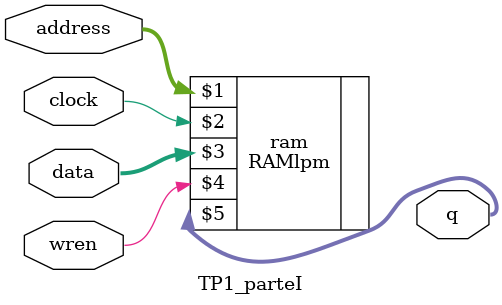
<source format=v>
module disp7seg(binario, decodificacao);
	parameter tamanho = 6;
		
	input [tamanho - 1:0] binario;
	output reg [6:0] decodificacao;
	
	always @(binario) begin
	case(binario) //					         abcdefg
			8'b00000000: decodificacao = 7'b0000001; // 0
			8'b00000001: decodificacao = 7'b1001111; // 1
			8'b00000010: decodificacao = 7'b0010010; // 2
			8'b00000011: decodificacao = 7'b0000110; // 3
			8'b00000100: decodificacao = 7'b1001100; // 4
			8'b00000101: decodificacao = 7'b0100100; // 5
			8'b00000110: decodificacao = 7'b0100000; // 6
			8'b00000111: decodificacao = 7'b0001101; // 7
			8'b00001000: decodificacao = 7'b1111111; // 8
			8'b00001001: decodificacao = 7'b0000100; // 9
			8'b00001010: decodificacao = 7'b0001000; // A
			8'b00001011: decodificacao = 7'b1100000; // b
			8'b00001100: decodificacao = 7'b0110001; // C
			8'b00001101: decodificacao = 7'b1000010; // d
			8'b00001110: decodificacao = 7'b0110000; // E
			8'b00001111: decodificacao = 7'b0111000; // F
	endcase
	end
endmodule

// Para a placa
//module TP1_parteI(SW, HEX0, HEX1, HEX2, HEX3, HEX4);
//	
//	input [17:0] SW;
//	output [0:6] HEX0, HEX1, HEX2, HEX3, HEX4; //Displays
//	
//Fios para transicao de dados
//	wire [4:0] address;
//	wire [7:0] data; 	
//	wire clock; 
//	wire wren;
//	wire [7:0] q;
//	
//	assign clock = SW[17];
//	assign wren = SW[15]; // habilita escrita
//	assign data = SW[13:6]; // dado a ser escrito na memoria
//	assign address = SW[4:0]; // endereco a ser lido/escrito na memoria
//	
//	RAMlpm ram(address, clock, data, wren, q);
//	
//	disp7seg dispSeg0(q, HEX0); //Dado lido da memoria
//	assign HEX1=7'b1111111;	 //Separador
//	disp7seg dispSeg2(address, HEX2); //Endereco
// assign HEX3=7'b1111111; //Separador
// disp7seg dispSeg4(data, HEX4);	//Dado inserido
// 	
//endmodule 

// Para a simulacao
module TP1_parteI(address, clock, data, wren, q);
	
	input [4:0] address; 
	input clock; 
	input [7:0] data; 
	input wren;
	output [7:0] q;
	
	RAMlpm ram(address, clock, data, wren, q);
 	
endmodule

</source>
